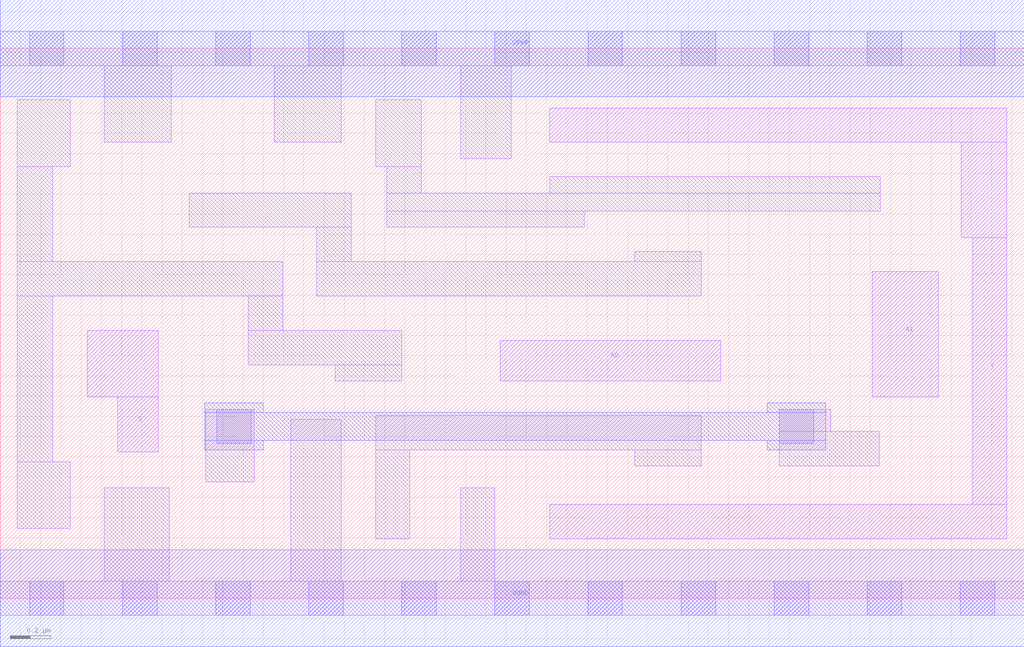
<source format=lef>
# Copyright 2020 The SkyWater PDK Authors
#
# Licensed under the Apache License, Version 2.0 (the "License");
# you may not use this file except in compliance with the License.
# You may obtain a copy of the License at
#
#     https://www.apache.org/licenses/LICENSE-2.0
#
# Unless required by applicable law or agreed to in writing, software
# distributed under the License is distributed on an "AS IS" BASIS,
# WITHOUT WARRANTIES OR CONDITIONS OF ANY KIND, either express or implied.
# See the License for the specific language governing permissions and
# limitations under the License.
#
# SPDX-License-Identifier: Apache-2.0

VERSION 5.7 ;
  NAMESCASESENSITIVE ON ;
  NOWIREEXTENSIONATPIN ON ;
  DIVIDERCHAR "/" ;
  BUSBITCHARS "[]" ;
UNITS
  DATABASE MICRONS 200 ;
END UNITS
MACRO sky130_fd_sc_hd__mux2i_2
  CLASS CORE ;
  SOURCE USER ;
  FOREIGN sky130_fd_sc_hd__mux2i_2 ;
  ORIGIN  0.000000  0.000000 ;
  SIZE  5.060000 BY  2.720000 ;
  SYMMETRY X Y R90 ;
  SITE unithd ;
  PIN A0
    ANTENNAGATEAREA  0.495000 ;
    DIRECTION INPUT ;
    USE SIGNAL ;
    PORT
      LAYER li1 ;
        RECT 2.470000 1.075000 3.560000 1.275000 ;
    END
  END A0
  PIN A1
    ANTENNAGATEAREA  0.495000 ;
    DIRECTION INPUT ;
    USE SIGNAL ;
    PORT
      LAYER li1 ;
        RECT 4.310000 0.995000 4.635000 1.615000 ;
    END
  END A1
  PIN S
    ANTENNAGATEAREA  0.742500 ;
    DIRECTION INPUT ;
    USE SIGNAL ;
    PORT
      LAYER li1 ;
        RECT 0.430000 0.995000 0.780000 1.325000 ;
        RECT 0.580000 0.725000 0.780000 0.995000 ;
    END
  END S
  PIN Y
    ANTENNADIFFAREA  1.691250 ;
    DIRECTION OUTPUT ;
    USE SIGNAL ;
    PORT
      LAYER li1 ;
        RECT 2.715000 0.295000 4.975000 0.465000 ;
        RECT 2.715000 2.255000 4.975000 2.425000 ;
        RECT 4.750000 1.785000 4.975000 2.255000 ;
        RECT 4.805000 0.465000 4.975000 1.785000 ;
    END
  END Y
  PIN VGND
    DIRECTION INOUT ;
    SHAPE ABUTMENT ;
    USE GROUND ;
    PORT
      LAYER met1 ;
        RECT 0.000000 -0.240000 5.060000 0.240000 ;
    END
  END VGND
  PIN VPWR
    DIRECTION INOUT ;
    SHAPE ABUTMENT ;
    USE POWER ;
    PORT
      LAYER met1 ;
        RECT 0.000000 2.480000 5.060000 2.960000 ;
    END
  END VPWR
  OBS
    LAYER li1 ;
      RECT 0.000000 -0.085000 5.060000 0.085000 ;
      RECT 0.000000  2.635000 5.060000 2.805000 ;
      RECT 0.085000  0.345000 0.345000 0.675000 ;
      RECT 0.085000  0.675000 0.260000 1.495000 ;
      RECT 0.085000  1.495000 1.395000 1.665000 ;
      RECT 0.085000  1.665000 0.260000 2.135000 ;
      RECT 0.085000  2.135000 0.345000 2.465000 ;
      RECT 0.515000  0.085000 0.835000 0.545000 ;
      RECT 0.515000  2.255000 0.845000 2.635000 ;
      RECT 0.935000  1.835000 1.735000 2.005000 ;
      RECT 1.015000  0.575000 1.255000 0.935000 ;
      RECT 1.225000  1.155000 1.985000 1.325000 ;
      RECT 1.225000  1.325000 1.395000 1.495000 ;
      RECT 1.355000  2.255000 1.685000 2.635000 ;
      RECT 1.435000  0.085000 1.685000 0.885000 ;
      RECT 1.565000  1.495000 3.465000 1.665000 ;
      RECT 1.565000  1.665000 1.735000 1.835000 ;
      RECT 1.655000  1.075000 1.985000 1.155000 ;
      RECT 1.855000  0.295000 2.025000 0.735000 ;
      RECT 1.855000  0.735000 3.465000 0.905000 ;
      RECT 1.855000  2.135000 2.080000 2.465000 ;
      RECT 1.910000  1.835000 2.885000 1.915000 ;
      RECT 1.910000  1.915000 4.350000 2.005000 ;
      RECT 1.910000  2.005000 2.080000 2.135000 ;
      RECT 2.275000  0.085000 2.445000 0.545000 ;
      RECT 2.275000  2.175000 2.525000 2.635000 ;
      RECT 2.715000  2.005000 4.350000 2.085000 ;
      RECT 3.135000  0.655000 3.465000 0.735000 ;
      RECT 3.135000  1.665000 3.465000 1.715000 ;
      RECT 3.850000  0.655000 4.345000 0.825000 ;
      RECT 3.850000  0.825000 4.105000 0.935000 ;
    LAYER mcon ;
      RECT 0.145000 -0.085000 0.315000 0.085000 ;
      RECT 0.145000  2.635000 0.315000 2.805000 ;
      RECT 0.605000 -0.085000 0.775000 0.085000 ;
      RECT 0.605000  2.635000 0.775000 2.805000 ;
      RECT 1.065000 -0.085000 1.235000 0.085000 ;
      RECT 1.065000  2.635000 1.235000 2.805000 ;
      RECT 1.070000  0.765000 1.240000 0.935000 ;
      RECT 1.525000 -0.085000 1.695000 0.085000 ;
      RECT 1.525000  2.635000 1.695000 2.805000 ;
      RECT 1.985000 -0.085000 2.155000 0.085000 ;
      RECT 1.985000  2.635000 2.155000 2.805000 ;
      RECT 2.445000 -0.085000 2.615000 0.085000 ;
      RECT 2.445000  2.635000 2.615000 2.805000 ;
      RECT 2.905000 -0.085000 3.075000 0.085000 ;
      RECT 2.905000  2.635000 3.075000 2.805000 ;
      RECT 3.365000 -0.085000 3.535000 0.085000 ;
      RECT 3.365000  2.635000 3.535000 2.805000 ;
      RECT 3.825000 -0.085000 3.995000 0.085000 ;
      RECT 3.825000  2.635000 3.995000 2.805000 ;
      RECT 3.850000  0.765000 4.020000 0.935000 ;
      RECT 4.285000 -0.085000 4.455000 0.085000 ;
      RECT 4.285000  2.635000 4.455000 2.805000 ;
      RECT 4.745000 -0.085000 4.915000 0.085000 ;
      RECT 4.745000  2.635000 4.915000 2.805000 ;
    LAYER met1 ;
      RECT 1.010000 0.735000 1.300000 0.780000 ;
      RECT 1.010000 0.780000 4.080000 0.920000 ;
      RECT 1.010000 0.920000 1.300000 0.965000 ;
      RECT 3.790000 0.735000 4.080000 0.780000 ;
      RECT 3.790000 0.920000 4.080000 0.965000 ;
  END
END sky130_fd_sc_hd__mux2i_2
END LIBRARY

</source>
